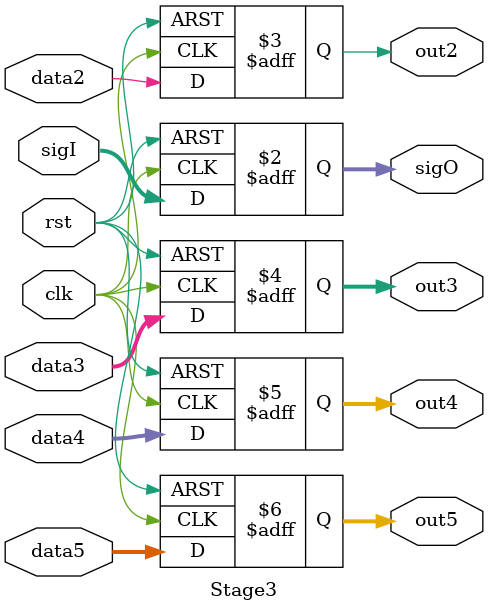
<source format=sv>
`timescale 1ns/1ns
module Stage3(clk, rst, sigI, data2, data3, data4, data5, sigO, out2, out3, out4, out5);
   input clk, rst, data2;
   input[4:0] sigI;
   input[31:0] data3, data4;
   input[4:0] data5;

   output reg[4:0] sigO;
   output reg out2;
   output reg[31:0] out3, out4;
   output reg[4:0] out5;

   always@(posedge clk, posedge rst) begin
      if(rst) begin
         sigO <= 5'b0;
         out2 <= 1'b0;
         out3 <= 32'b0;
         out4 <= 32'b0;
         out5 <= 5'b0;
      end
      else begin
         sigO <= sigI;
         out2 <= data2;
         out3 <= data3;
         out4 <= data4;
         out5 <= data5;
      end
   end
endmodule

</source>
